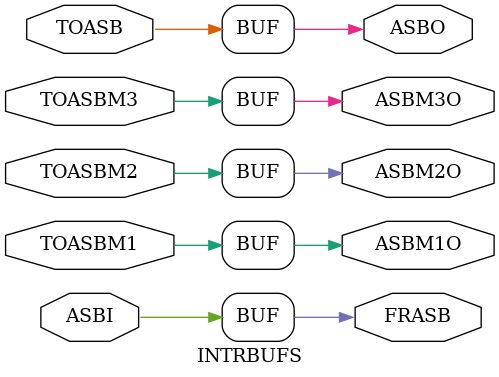
<source format=v>
`resetall
`timescale 1 ns / 100 ps

`celldefine

module INTRBUFS (ASBI, TOASB, TOASBM1, TOASBM2, TOASBM3, 
                FRASB, ASBO, ASBM1O, ASBM2O, ASBM3O);
  input  ASBI, TOASB, TOASBM1, TOASBM2, TOASBM3;
  output FRASB, ASBO, ASBM1O, ASBM2O, ASBM3O;

  buf INST1 (FRASB, ASBI);
  buf INST2 (ASBO, TOASB);
  buf INST3 (ASBM1O, TOASBM1);
  buf INST4 (ASBM2O, TOASBM2);
  buf INST5 (ASBM3O, TOASBM3);

endmodule

`endcelldefine

</source>
